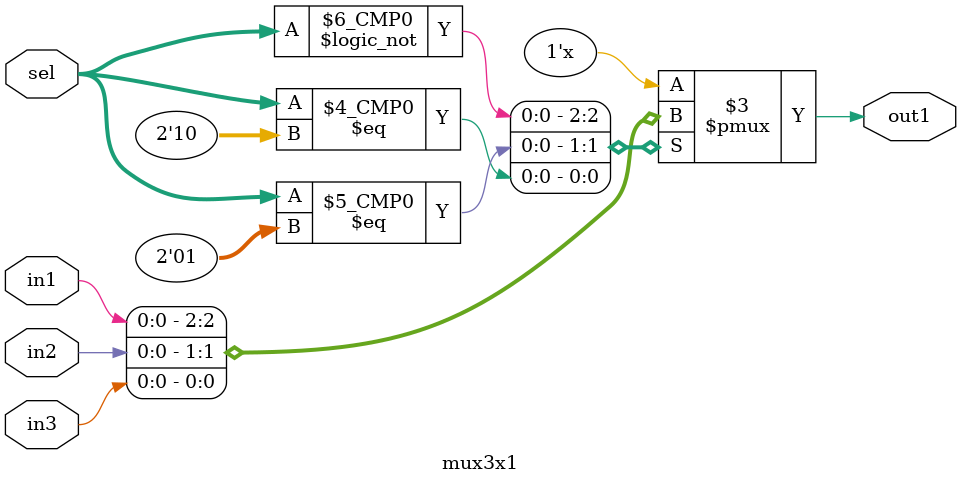
<source format=v>
module mux3x1 #(parameter WIDTH = 1)(

input 	[WIDTH-1 : 0]	in1            ,
input 	[WIDTH-1 : 0]	in2            ,
input 	[WIDTH-1 : 0]	in3            ,

input   [1:0] sel                      ,

output reg [WIDTH-1 : 0] out1


);


always @(*) 
begin 
	case (sel)
	
		2'b00	:
			out1 <= in1 ;
		2'b01    :
			out1 <= in2 ;
		
		2'b10   :
			out1<= in3  ;
		
		default :
			out1 <= 'bx ;
	endcase
	end 


endmodule
</source>
